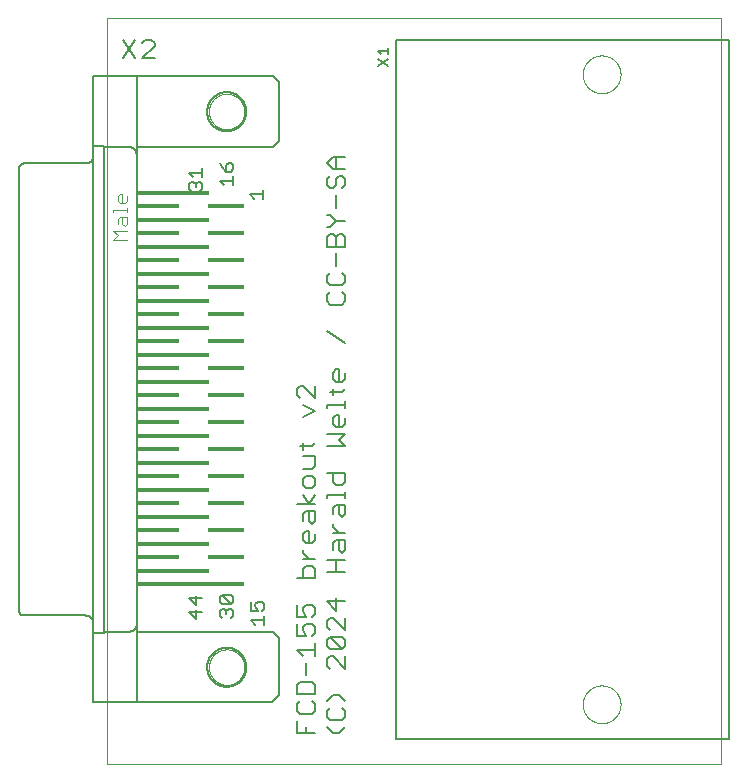
<source format=gto>
G75*
%MOIN*%
%OFA0B0*%
%FSLAX25Y25*%
%IPPOS*%
%LPD*%
%AMOC8*
5,1,8,0,0,1.08239X$1,22.5*
%
%ADD10C,0.00000*%
%ADD11C,0.00800*%
%ADD12C,0.00500*%
%ADD13C,0.00600*%
%ADD14C,0.00400*%
%ADD15R,0.24016X0.01575*%
%ADD16R,0.14173X0.01575*%
%ADD17R,0.12205X0.01575*%
D10*
X0030619Y0001000D02*
X0030619Y0249701D01*
X0235540Y0249701D01*
X0235540Y0001000D01*
X0030619Y0001000D01*
X0064713Y0033402D02*
X0064715Y0033555D01*
X0064721Y0033709D01*
X0064731Y0033862D01*
X0064745Y0034014D01*
X0064763Y0034167D01*
X0064785Y0034318D01*
X0064810Y0034469D01*
X0064840Y0034620D01*
X0064874Y0034770D01*
X0064911Y0034918D01*
X0064952Y0035066D01*
X0064997Y0035212D01*
X0065046Y0035358D01*
X0065099Y0035502D01*
X0065155Y0035644D01*
X0065215Y0035785D01*
X0065279Y0035925D01*
X0065346Y0036063D01*
X0065417Y0036199D01*
X0065492Y0036333D01*
X0065569Y0036465D01*
X0065651Y0036595D01*
X0065735Y0036723D01*
X0065823Y0036849D01*
X0065914Y0036972D01*
X0066008Y0037093D01*
X0066106Y0037211D01*
X0066206Y0037327D01*
X0066310Y0037440D01*
X0066416Y0037551D01*
X0066525Y0037659D01*
X0066637Y0037764D01*
X0066751Y0037865D01*
X0066869Y0037964D01*
X0066988Y0038060D01*
X0067110Y0038153D01*
X0067235Y0038242D01*
X0067362Y0038329D01*
X0067491Y0038411D01*
X0067622Y0038491D01*
X0067755Y0038567D01*
X0067890Y0038640D01*
X0068027Y0038709D01*
X0068166Y0038774D01*
X0068306Y0038836D01*
X0068448Y0038894D01*
X0068591Y0038949D01*
X0068736Y0039000D01*
X0068882Y0039047D01*
X0069029Y0039090D01*
X0069177Y0039129D01*
X0069326Y0039165D01*
X0069476Y0039196D01*
X0069627Y0039224D01*
X0069778Y0039248D01*
X0069931Y0039268D01*
X0070083Y0039284D01*
X0070236Y0039296D01*
X0070389Y0039304D01*
X0070542Y0039308D01*
X0070696Y0039308D01*
X0070849Y0039304D01*
X0071002Y0039296D01*
X0071155Y0039284D01*
X0071307Y0039268D01*
X0071460Y0039248D01*
X0071611Y0039224D01*
X0071762Y0039196D01*
X0071912Y0039165D01*
X0072061Y0039129D01*
X0072209Y0039090D01*
X0072356Y0039047D01*
X0072502Y0039000D01*
X0072647Y0038949D01*
X0072790Y0038894D01*
X0072932Y0038836D01*
X0073072Y0038774D01*
X0073211Y0038709D01*
X0073348Y0038640D01*
X0073483Y0038567D01*
X0073616Y0038491D01*
X0073747Y0038411D01*
X0073876Y0038329D01*
X0074003Y0038242D01*
X0074128Y0038153D01*
X0074250Y0038060D01*
X0074369Y0037964D01*
X0074487Y0037865D01*
X0074601Y0037764D01*
X0074713Y0037659D01*
X0074822Y0037551D01*
X0074928Y0037440D01*
X0075032Y0037327D01*
X0075132Y0037211D01*
X0075230Y0037093D01*
X0075324Y0036972D01*
X0075415Y0036849D01*
X0075503Y0036723D01*
X0075587Y0036595D01*
X0075669Y0036465D01*
X0075746Y0036333D01*
X0075821Y0036199D01*
X0075892Y0036063D01*
X0075959Y0035925D01*
X0076023Y0035785D01*
X0076083Y0035644D01*
X0076139Y0035502D01*
X0076192Y0035358D01*
X0076241Y0035212D01*
X0076286Y0035066D01*
X0076327Y0034918D01*
X0076364Y0034770D01*
X0076398Y0034620D01*
X0076428Y0034469D01*
X0076453Y0034318D01*
X0076475Y0034167D01*
X0076493Y0034014D01*
X0076507Y0033862D01*
X0076517Y0033709D01*
X0076523Y0033555D01*
X0076525Y0033402D01*
X0076523Y0033249D01*
X0076517Y0033095D01*
X0076507Y0032942D01*
X0076493Y0032790D01*
X0076475Y0032637D01*
X0076453Y0032486D01*
X0076428Y0032335D01*
X0076398Y0032184D01*
X0076364Y0032034D01*
X0076327Y0031886D01*
X0076286Y0031738D01*
X0076241Y0031592D01*
X0076192Y0031446D01*
X0076139Y0031302D01*
X0076083Y0031160D01*
X0076023Y0031019D01*
X0075959Y0030879D01*
X0075892Y0030741D01*
X0075821Y0030605D01*
X0075746Y0030471D01*
X0075669Y0030339D01*
X0075587Y0030209D01*
X0075503Y0030081D01*
X0075415Y0029955D01*
X0075324Y0029832D01*
X0075230Y0029711D01*
X0075132Y0029593D01*
X0075032Y0029477D01*
X0074928Y0029364D01*
X0074822Y0029253D01*
X0074713Y0029145D01*
X0074601Y0029040D01*
X0074487Y0028939D01*
X0074369Y0028840D01*
X0074250Y0028744D01*
X0074128Y0028651D01*
X0074003Y0028562D01*
X0073876Y0028475D01*
X0073747Y0028393D01*
X0073616Y0028313D01*
X0073483Y0028237D01*
X0073348Y0028164D01*
X0073211Y0028095D01*
X0073072Y0028030D01*
X0072932Y0027968D01*
X0072790Y0027910D01*
X0072647Y0027855D01*
X0072502Y0027804D01*
X0072356Y0027757D01*
X0072209Y0027714D01*
X0072061Y0027675D01*
X0071912Y0027639D01*
X0071762Y0027608D01*
X0071611Y0027580D01*
X0071460Y0027556D01*
X0071307Y0027536D01*
X0071155Y0027520D01*
X0071002Y0027508D01*
X0070849Y0027500D01*
X0070696Y0027496D01*
X0070542Y0027496D01*
X0070389Y0027500D01*
X0070236Y0027508D01*
X0070083Y0027520D01*
X0069931Y0027536D01*
X0069778Y0027556D01*
X0069627Y0027580D01*
X0069476Y0027608D01*
X0069326Y0027639D01*
X0069177Y0027675D01*
X0069029Y0027714D01*
X0068882Y0027757D01*
X0068736Y0027804D01*
X0068591Y0027855D01*
X0068448Y0027910D01*
X0068306Y0027968D01*
X0068166Y0028030D01*
X0068027Y0028095D01*
X0067890Y0028164D01*
X0067755Y0028237D01*
X0067622Y0028313D01*
X0067491Y0028393D01*
X0067362Y0028475D01*
X0067235Y0028562D01*
X0067110Y0028651D01*
X0066988Y0028744D01*
X0066869Y0028840D01*
X0066751Y0028939D01*
X0066637Y0029040D01*
X0066525Y0029145D01*
X0066416Y0029253D01*
X0066310Y0029364D01*
X0066206Y0029477D01*
X0066106Y0029593D01*
X0066008Y0029711D01*
X0065914Y0029832D01*
X0065823Y0029955D01*
X0065735Y0030081D01*
X0065651Y0030209D01*
X0065569Y0030339D01*
X0065492Y0030471D01*
X0065417Y0030605D01*
X0065346Y0030741D01*
X0065279Y0030879D01*
X0065215Y0031019D01*
X0065155Y0031160D01*
X0065099Y0031302D01*
X0065046Y0031446D01*
X0064997Y0031592D01*
X0064952Y0031738D01*
X0064911Y0031886D01*
X0064874Y0032034D01*
X0064840Y0032184D01*
X0064810Y0032335D01*
X0064785Y0032486D01*
X0064763Y0032637D01*
X0064745Y0032790D01*
X0064731Y0032942D01*
X0064721Y0033095D01*
X0064715Y0033249D01*
X0064713Y0033402D01*
X0189320Y0021000D02*
X0189322Y0021158D01*
X0189328Y0021316D01*
X0189338Y0021474D01*
X0189352Y0021632D01*
X0189370Y0021789D01*
X0189391Y0021946D01*
X0189417Y0022102D01*
X0189447Y0022258D01*
X0189480Y0022413D01*
X0189518Y0022566D01*
X0189559Y0022719D01*
X0189604Y0022871D01*
X0189653Y0023022D01*
X0189706Y0023171D01*
X0189762Y0023319D01*
X0189822Y0023465D01*
X0189886Y0023610D01*
X0189954Y0023753D01*
X0190025Y0023895D01*
X0190099Y0024035D01*
X0190177Y0024172D01*
X0190259Y0024308D01*
X0190343Y0024442D01*
X0190432Y0024573D01*
X0190523Y0024702D01*
X0190618Y0024829D01*
X0190715Y0024954D01*
X0190816Y0025076D01*
X0190920Y0025195D01*
X0191027Y0025312D01*
X0191137Y0025426D01*
X0191250Y0025537D01*
X0191365Y0025646D01*
X0191483Y0025751D01*
X0191604Y0025853D01*
X0191727Y0025953D01*
X0191853Y0026049D01*
X0191981Y0026142D01*
X0192111Y0026232D01*
X0192244Y0026318D01*
X0192379Y0026402D01*
X0192515Y0026481D01*
X0192654Y0026558D01*
X0192795Y0026630D01*
X0192937Y0026700D01*
X0193081Y0026765D01*
X0193227Y0026827D01*
X0193374Y0026885D01*
X0193523Y0026940D01*
X0193673Y0026991D01*
X0193824Y0027038D01*
X0193976Y0027081D01*
X0194129Y0027120D01*
X0194284Y0027156D01*
X0194439Y0027187D01*
X0194595Y0027215D01*
X0194751Y0027239D01*
X0194908Y0027259D01*
X0195066Y0027275D01*
X0195223Y0027287D01*
X0195382Y0027295D01*
X0195540Y0027299D01*
X0195698Y0027299D01*
X0195856Y0027295D01*
X0196015Y0027287D01*
X0196172Y0027275D01*
X0196330Y0027259D01*
X0196487Y0027239D01*
X0196643Y0027215D01*
X0196799Y0027187D01*
X0196954Y0027156D01*
X0197109Y0027120D01*
X0197262Y0027081D01*
X0197414Y0027038D01*
X0197565Y0026991D01*
X0197715Y0026940D01*
X0197864Y0026885D01*
X0198011Y0026827D01*
X0198157Y0026765D01*
X0198301Y0026700D01*
X0198443Y0026630D01*
X0198584Y0026558D01*
X0198723Y0026481D01*
X0198859Y0026402D01*
X0198994Y0026318D01*
X0199127Y0026232D01*
X0199257Y0026142D01*
X0199385Y0026049D01*
X0199511Y0025953D01*
X0199634Y0025853D01*
X0199755Y0025751D01*
X0199873Y0025646D01*
X0199988Y0025537D01*
X0200101Y0025426D01*
X0200211Y0025312D01*
X0200318Y0025195D01*
X0200422Y0025076D01*
X0200523Y0024954D01*
X0200620Y0024829D01*
X0200715Y0024702D01*
X0200806Y0024573D01*
X0200895Y0024442D01*
X0200979Y0024308D01*
X0201061Y0024172D01*
X0201139Y0024035D01*
X0201213Y0023895D01*
X0201284Y0023753D01*
X0201352Y0023610D01*
X0201416Y0023465D01*
X0201476Y0023319D01*
X0201532Y0023171D01*
X0201585Y0023022D01*
X0201634Y0022871D01*
X0201679Y0022719D01*
X0201720Y0022566D01*
X0201758Y0022413D01*
X0201791Y0022258D01*
X0201821Y0022102D01*
X0201847Y0021946D01*
X0201868Y0021789D01*
X0201886Y0021632D01*
X0201900Y0021474D01*
X0201910Y0021316D01*
X0201916Y0021158D01*
X0201918Y0021000D01*
X0201916Y0020842D01*
X0201910Y0020684D01*
X0201900Y0020526D01*
X0201886Y0020368D01*
X0201868Y0020211D01*
X0201847Y0020054D01*
X0201821Y0019898D01*
X0201791Y0019742D01*
X0201758Y0019587D01*
X0201720Y0019434D01*
X0201679Y0019281D01*
X0201634Y0019129D01*
X0201585Y0018978D01*
X0201532Y0018829D01*
X0201476Y0018681D01*
X0201416Y0018535D01*
X0201352Y0018390D01*
X0201284Y0018247D01*
X0201213Y0018105D01*
X0201139Y0017965D01*
X0201061Y0017828D01*
X0200979Y0017692D01*
X0200895Y0017558D01*
X0200806Y0017427D01*
X0200715Y0017298D01*
X0200620Y0017171D01*
X0200523Y0017046D01*
X0200422Y0016924D01*
X0200318Y0016805D01*
X0200211Y0016688D01*
X0200101Y0016574D01*
X0199988Y0016463D01*
X0199873Y0016354D01*
X0199755Y0016249D01*
X0199634Y0016147D01*
X0199511Y0016047D01*
X0199385Y0015951D01*
X0199257Y0015858D01*
X0199127Y0015768D01*
X0198994Y0015682D01*
X0198859Y0015598D01*
X0198723Y0015519D01*
X0198584Y0015442D01*
X0198443Y0015370D01*
X0198301Y0015300D01*
X0198157Y0015235D01*
X0198011Y0015173D01*
X0197864Y0015115D01*
X0197715Y0015060D01*
X0197565Y0015009D01*
X0197414Y0014962D01*
X0197262Y0014919D01*
X0197109Y0014880D01*
X0196954Y0014844D01*
X0196799Y0014813D01*
X0196643Y0014785D01*
X0196487Y0014761D01*
X0196330Y0014741D01*
X0196172Y0014725D01*
X0196015Y0014713D01*
X0195856Y0014705D01*
X0195698Y0014701D01*
X0195540Y0014701D01*
X0195382Y0014705D01*
X0195223Y0014713D01*
X0195066Y0014725D01*
X0194908Y0014741D01*
X0194751Y0014761D01*
X0194595Y0014785D01*
X0194439Y0014813D01*
X0194284Y0014844D01*
X0194129Y0014880D01*
X0193976Y0014919D01*
X0193824Y0014962D01*
X0193673Y0015009D01*
X0193523Y0015060D01*
X0193374Y0015115D01*
X0193227Y0015173D01*
X0193081Y0015235D01*
X0192937Y0015300D01*
X0192795Y0015370D01*
X0192654Y0015442D01*
X0192515Y0015519D01*
X0192379Y0015598D01*
X0192244Y0015682D01*
X0192111Y0015768D01*
X0191981Y0015858D01*
X0191853Y0015951D01*
X0191727Y0016047D01*
X0191604Y0016147D01*
X0191483Y0016249D01*
X0191365Y0016354D01*
X0191250Y0016463D01*
X0191137Y0016574D01*
X0191027Y0016688D01*
X0190920Y0016805D01*
X0190816Y0016924D01*
X0190715Y0017046D01*
X0190618Y0017171D01*
X0190523Y0017298D01*
X0190432Y0017427D01*
X0190343Y0017558D01*
X0190259Y0017692D01*
X0190177Y0017828D01*
X0190099Y0017965D01*
X0190025Y0018105D01*
X0189954Y0018247D01*
X0189886Y0018390D01*
X0189822Y0018535D01*
X0189762Y0018681D01*
X0189706Y0018829D01*
X0189653Y0018978D01*
X0189604Y0019129D01*
X0189559Y0019281D01*
X0189518Y0019434D01*
X0189480Y0019587D01*
X0189447Y0019742D01*
X0189417Y0019898D01*
X0189391Y0020054D01*
X0189370Y0020211D01*
X0189352Y0020368D01*
X0189338Y0020526D01*
X0189328Y0020684D01*
X0189322Y0020842D01*
X0189320Y0021000D01*
X0064713Y0218598D02*
X0064715Y0218751D01*
X0064721Y0218905D01*
X0064731Y0219058D01*
X0064745Y0219210D01*
X0064763Y0219363D01*
X0064785Y0219514D01*
X0064810Y0219665D01*
X0064840Y0219816D01*
X0064874Y0219966D01*
X0064911Y0220114D01*
X0064952Y0220262D01*
X0064997Y0220408D01*
X0065046Y0220554D01*
X0065099Y0220698D01*
X0065155Y0220840D01*
X0065215Y0220981D01*
X0065279Y0221121D01*
X0065346Y0221259D01*
X0065417Y0221395D01*
X0065492Y0221529D01*
X0065569Y0221661D01*
X0065651Y0221791D01*
X0065735Y0221919D01*
X0065823Y0222045D01*
X0065914Y0222168D01*
X0066008Y0222289D01*
X0066106Y0222407D01*
X0066206Y0222523D01*
X0066310Y0222636D01*
X0066416Y0222747D01*
X0066525Y0222855D01*
X0066637Y0222960D01*
X0066751Y0223061D01*
X0066869Y0223160D01*
X0066988Y0223256D01*
X0067110Y0223349D01*
X0067235Y0223438D01*
X0067362Y0223525D01*
X0067491Y0223607D01*
X0067622Y0223687D01*
X0067755Y0223763D01*
X0067890Y0223836D01*
X0068027Y0223905D01*
X0068166Y0223970D01*
X0068306Y0224032D01*
X0068448Y0224090D01*
X0068591Y0224145D01*
X0068736Y0224196D01*
X0068882Y0224243D01*
X0069029Y0224286D01*
X0069177Y0224325D01*
X0069326Y0224361D01*
X0069476Y0224392D01*
X0069627Y0224420D01*
X0069778Y0224444D01*
X0069931Y0224464D01*
X0070083Y0224480D01*
X0070236Y0224492D01*
X0070389Y0224500D01*
X0070542Y0224504D01*
X0070696Y0224504D01*
X0070849Y0224500D01*
X0071002Y0224492D01*
X0071155Y0224480D01*
X0071307Y0224464D01*
X0071460Y0224444D01*
X0071611Y0224420D01*
X0071762Y0224392D01*
X0071912Y0224361D01*
X0072061Y0224325D01*
X0072209Y0224286D01*
X0072356Y0224243D01*
X0072502Y0224196D01*
X0072647Y0224145D01*
X0072790Y0224090D01*
X0072932Y0224032D01*
X0073072Y0223970D01*
X0073211Y0223905D01*
X0073348Y0223836D01*
X0073483Y0223763D01*
X0073616Y0223687D01*
X0073747Y0223607D01*
X0073876Y0223525D01*
X0074003Y0223438D01*
X0074128Y0223349D01*
X0074250Y0223256D01*
X0074369Y0223160D01*
X0074487Y0223061D01*
X0074601Y0222960D01*
X0074713Y0222855D01*
X0074822Y0222747D01*
X0074928Y0222636D01*
X0075032Y0222523D01*
X0075132Y0222407D01*
X0075230Y0222289D01*
X0075324Y0222168D01*
X0075415Y0222045D01*
X0075503Y0221919D01*
X0075587Y0221791D01*
X0075669Y0221661D01*
X0075746Y0221529D01*
X0075821Y0221395D01*
X0075892Y0221259D01*
X0075959Y0221121D01*
X0076023Y0220981D01*
X0076083Y0220840D01*
X0076139Y0220698D01*
X0076192Y0220554D01*
X0076241Y0220408D01*
X0076286Y0220262D01*
X0076327Y0220114D01*
X0076364Y0219966D01*
X0076398Y0219816D01*
X0076428Y0219665D01*
X0076453Y0219514D01*
X0076475Y0219363D01*
X0076493Y0219210D01*
X0076507Y0219058D01*
X0076517Y0218905D01*
X0076523Y0218751D01*
X0076525Y0218598D01*
X0076523Y0218445D01*
X0076517Y0218291D01*
X0076507Y0218138D01*
X0076493Y0217986D01*
X0076475Y0217833D01*
X0076453Y0217682D01*
X0076428Y0217531D01*
X0076398Y0217380D01*
X0076364Y0217230D01*
X0076327Y0217082D01*
X0076286Y0216934D01*
X0076241Y0216788D01*
X0076192Y0216642D01*
X0076139Y0216498D01*
X0076083Y0216356D01*
X0076023Y0216215D01*
X0075959Y0216075D01*
X0075892Y0215937D01*
X0075821Y0215801D01*
X0075746Y0215667D01*
X0075669Y0215535D01*
X0075587Y0215405D01*
X0075503Y0215277D01*
X0075415Y0215151D01*
X0075324Y0215028D01*
X0075230Y0214907D01*
X0075132Y0214789D01*
X0075032Y0214673D01*
X0074928Y0214560D01*
X0074822Y0214449D01*
X0074713Y0214341D01*
X0074601Y0214236D01*
X0074487Y0214135D01*
X0074369Y0214036D01*
X0074250Y0213940D01*
X0074128Y0213847D01*
X0074003Y0213758D01*
X0073876Y0213671D01*
X0073747Y0213589D01*
X0073616Y0213509D01*
X0073483Y0213433D01*
X0073348Y0213360D01*
X0073211Y0213291D01*
X0073072Y0213226D01*
X0072932Y0213164D01*
X0072790Y0213106D01*
X0072647Y0213051D01*
X0072502Y0213000D01*
X0072356Y0212953D01*
X0072209Y0212910D01*
X0072061Y0212871D01*
X0071912Y0212835D01*
X0071762Y0212804D01*
X0071611Y0212776D01*
X0071460Y0212752D01*
X0071307Y0212732D01*
X0071155Y0212716D01*
X0071002Y0212704D01*
X0070849Y0212696D01*
X0070696Y0212692D01*
X0070542Y0212692D01*
X0070389Y0212696D01*
X0070236Y0212704D01*
X0070083Y0212716D01*
X0069931Y0212732D01*
X0069778Y0212752D01*
X0069627Y0212776D01*
X0069476Y0212804D01*
X0069326Y0212835D01*
X0069177Y0212871D01*
X0069029Y0212910D01*
X0068882Y0212953D01*
X0068736Y0213000D01*
X0068591Y0213051D01*
X0068448Y0213106D01*
X0068306Y0213164D01*
X0068166Y0213226D01*
X0068027Y0213291D01*
X0067890Y0213360D01*
X0067755Y0213433D01*
X0067622Y0213509D01*
X0067491Y0213589D01*
X0067362Y0213671D01*
X0067235Y0213758D01*
X0067110Y0213847D01*
X0066988Y0213940D01*
X0066869Y0214036D01*
X0066751Y0214135D01*
X0066637Y0214236D01*
X0066525Y0214341D01*
X0066416Y0214449D01*
X0066310Y0214560D01*
X0066206Y0214673D01*
X0066106Y0214789D01*
X0066008Y0214907D01*
X0065914Y0215028D01*
X0065823Y0215151D01*
X0065735Y0215277D01*
X0065651Y0215405D01*
X0065569Y0215535D01*
X0065492Y0215667D01*
X0065417Y0215801D01*
X0065346Y0215937D01*
X0065279Y0216075D01*
X0065215Y0216215D01*
X0065155Y0216356D01*
X0065099Y0216498D01*
X0065046Y0216642D01*
X0064997Y0216788D01*
X0064952Y0216934D01*
X0064911Y0217082D01*
X0064874Y0217230D01*
X0064840Y0217380D01*
X0064810Y0217531D01*
X0064785Y0217682D01*
X0064763Y0217833D01*
X0064745Y0217986D01*
X0064731Y0218138D01*
X0064721Y0218291D01*
X0064715Y0218445D01*
X0064713Y0218598D01*
X0189320Y0231000D02*
X0189322Y0231158D01*
X0189328Y0231316D01*
X0189338Y0231474D01*
X0189352Y0231632D01*
X0189370Y0231789D01*
X0189391Y0231946D01*
X0189417Y0232102D01*
X0189447Y0232258D01*
X0189480Y0232413D01*
X0189518Y0232566D01*
X0189559Y0232719D01*
X0189604Y0232871D01*
X0189653Y0233022D01*
X0189706Y0233171D01*
X0189762Y0233319D01*
X0189822Y0233465D01*
X0189886Y0233610D01*
X0189954Y0233753D01*
X0190025Y0233895D01*
X0190099Y0234035D01*
X0190177Y0234172D01*
X0190259Y0234308D01*
X0190343Y0234442D01*
X0190432Y0234573D01*
X0190523Y0234702D01*
X0190618Y0234829D01*
X0190715Y0234954D01*
X0190816Y0235076D01*
X0190920Y0235195D01*
X0191027Y0235312D01*
X0191137Y0235426D01*
X0191250Y0235537D01*
X0191365Y0235646D01*
X0191483Y0235751D01*
X0191604Y0235853D01*
X0191727Y0235953D01*
X0191853Y0236049D01*
X0191981Y0236142D01*
X0192111Y0236232D01*
X0192244Y0236318D01*
X0192379Y0236402D01*
X0192515Y0236481D01*
X0192654Y0236558D01*
X0192795Y0236630D01*
X0192937Y0236700D01*
X0193081Y0236765D01*
X0193227Y0236827D01*
X0193374Y0236885D01*
X0193523Y0236940D01*
X0193673Y0236991D01*
X0193824Y0237038D01*
X0193976Y0237081D01*
X0194129Y0237120D01*
X0194284Y0237156D01*
X0194439Y0237187D01*
X0194595Y0237215D01*
X0194751Y0237239D01*
X0194908Y0237259D01*
X0195066Y0237275D01*
X0195223Y0237287D01*
X0195382Y0237295D01*
X0195540Y0237299D01*
X0195698Y0237299D01*
X0195856Y0237295D01*
X0196015Y0237287D01*
X0196172Y0237275D01*
X0196330Y0237259D01*
X0196487Y0237239D01*
X0196643Y0237215D01*
X0196799Y0237187D01*
X0196954Y0237156D01*
X0197109Y0237120D01*
X0197262Y0237081D01*
X0197414Y0237038D01*
X0197565Y0236991D01*
X0197715Y0236940D01*
X0197864Y0236885D01*
X0198011Y0236827D01*
X0198157Y0236765D01*
X0198301Y0236700D01*
X0198443Y0236630D01*
X0198584Y0236558D01*
X0198723Y0236481D01*
X0198859Y0236402D01*
X0198994Y0236318D01*
X0199127Y0236232D01*
X0199257Y0236142D01*
X0199385Y0236049D01*
X0199511Y0235953D01*
X0199634Y0235853D01*
X0199755Y0235751D01*
X0199873Y0235646D01*
X0199988Y0235537D01*
X0200101Y0235426D01*
X0200211Y0235312D01*
X0200318Y0235195D01*
X0200422Y0235076D01*
X0200523Y0234954D01*
X0200620Y0234829D01*
X0200715Y0234702D01*
X0200806Y0234573D01*
X0200895Y0234442D01*
X0200979Y0234308D01*
X0201061Y0234172D01*
X0201139Y0234035D01*
X0201213Y0233895D01*
X0201284Y0233753D01*
X0201352Y0233610D01*
X0201416Y0233465D01*
X0201476Y0233319D01*
X0201532Y0233171D01*
X0201585Y0233022D01*
X0201634Y0232871D01*
X0201679Y0232719D01*
X0201720Y0232566D01*
X0201758Y0232413D01*
X0201791Y0232258D01*
X0201821Y0232102D01*
X0201847Y0231946D01*
X0201868Y0231789D01*
X0201886Y0231632D01*
X0201900Y0231474D01*
X0201910Y0231316D01*
X0201916Y0231158D01*
X0201918Y0231000D01*
X0201916Y0230842D01*
X0201910Y0230684D01*
X0201900Y0230526D01*
X0201886Y0230368D01*
X0201868Y0230211D01*
X0201847Y0230054D01*
X0201821Y0229898D01*
X0201791Y0229742D01*
X0201758Y0229587D01*
X0201720Y0229434D01*
X0201679Y0229281D01*
X0201634Y0229129D01*
X0201585Y0228978D01*
X0201532Y0228829D01*
X0201476Y0228681D01*
X0201416Y0228535D01*
X0201352Y0228390D01*
X0201284Y0228247D01*
X0201213Y0228105D01*
X0201139Y0227965D01*
X0201061Y0227828D01*
X0200979Y0227692D01*
X0200895Y0227558D01*
X0200806Y0227427D01*
X0200715Y0227298D01*
X0200620Y0227171D01*
X0200523Y0227046D01*
X0200422Y0226924D01*
X0200318Y0226805D01*
X0200211Y0226688D01*
X0200101Y0226574D01*
X0199988Y0226463D01*
X0199873Y0226354D01*
X0199755Y0226249D01*
X0199634Y0226147D01*
X0199511Y0226047D01*
X0199385Y0225951D01*
X0199257Y0225858D01*
X0199127Y0225768D01*
X0198994Y0225682D01*
X0198859Y0225598D01*
X0198723Y0225519D01*
X0198584Y0225442D01*
X0198443Y0225370D01*
X0198301Y0225300D01*
X0198157Y0225235D01*
X0198011Y0225173D01*
X0197864Y0225115D01*
X0197715Y0225060D01*
X0197565Y0225009D01*
X0197414Y0224962D01*
X0197262Y0224919D01*
X0197109Y0224880D01*
X0196954Y0224844D01*
X0196799Y0224813D01*
X0196643Y0224785D01*
X0196487Y0224761D01*
X0196330Y0224741D01*
X0196172Y0224725D01*
X0196015Y0224713D01*
X0195856Y0224705D01*
X0195698Y0224701D01*
X0195540Y0224701D01*
X0195382Y0224705D01*
X0195223Y0224713D01*
X0195066Y0224725D01*
X0194908Y0224741D01*
X0194751Y0224761D01*
X0194595Y0224785D01*
X0194439Y0224813D01*
X0194284Y0224844D01*
X0194129Y0224880D01*
X0193976Y0224919D01*
X0193824Y0224962D01*
X0193673Y0225009D01*
X0193523Y0225060D01*
X0193374Y0225115D01*
X0193227Y0225173D01*
X0193081Y0225235D01*
X0192937Y0225300D01*
X0192795Y0225370D01*
X0192654Y0225442D01*
X0192515Y0225519D01*
X0192379Y0225598D01*
X0192244Y0225682D01*
X0192111Y0225768D01*
X0191981Y0225858D01*
X0191853Y0225951D01*
X0191727Y0226047D01*
X0191604Y0226147D01*
X0191483Y0226249D01*
X0191365Y0226354D01*
X0191250Y0226463D01*
X0191137Y0226574D01*
X0191027Y0226688D01*
X0190920Y0226805D01*
X0190816Y0226924D01*
X0190715Y0227046D01*
X0190618Y0227171D01*
X0190523Y0227298D01*
X0190432Y0227427D01*
X0190343Y0227558D01*
X0190259Y0227692D01*
X0190177Y0227828D01*
X0190099Y0227965D01*
X0190025Y0228105D01*
X0189954Y0228247D01*
X0189886Y0228390D01*
X0189822Y0228535D01*
X0189762Y0228681D01*
X0189706Y0228829D01*
X0189653Y0228978D01*
X0189604Y0229129D01*
X0189559Y0229281D01*
X0189518Y0229434D01*
X0189480Y0229587D01*
X0189447Y0229742D01*
X0189417Y0229898D01*
X0189391Y0230054D01*
X0189370Y0230211D01*
X0189352Y0230368D01*
X0189338Y0230526D01*
X0189328Y0230684D01*
X0189322Y0230842D01*
X0189320Y0231000D01*
D11*
X0110219Y0203531D02*
X0106082Y0203531D01*
X0104014Y0201462D01*
X0106082Y0199394D01*
X0110219Y0199394D01*
X0109185Y0197085D02*
X0110219Y0196051D01*
X0110219Y0193982D01*
X0109185Y0192948D01*
X0107116Y0193982D02*
X0107116Y0196051D01*
X0108150Y0197085D01*
X0109185Y0197085D01*
X0107116Y0199394D02*
X0107116Y0203531D01*
X0105048Y0197085D02*
X0104014Y0196051D01*
X0104014Y0193982D01*
X0105048Y0192948D01*
X0106082Y0192948D01*
X0107116Y0193982D01*
X0107116Y0190640D02*
X0107116Y0186503D01*
X0105048Y0184194D02*
X0104014Y0184194D01*
X0105048Y0184194D02*
X0107116Y0182126D01*
X0110219Y0182126D01*
X0107116Y0182126D02*
X0105048Y0180057D01*
X0104014Y0180057D01*
X0105048Y0177749D02*
X0106082Y0177749D01*
X0107116Y0176714D01*
X0107116Y0173612D01*
X0107116Y0171303D02*
X0107116Y0167166D01*
X0105048Y0164858D02*
X0104014Y0163823D01*
X0104014Y0161755D01*
X0105048Y0160721D01*
X0109185Y0160721D01*
X0110219Y0161755D01*
X0110219Y0163823D01*
X0109185Y0164858D01*
X0109185Y0158412D02*
X0110219Y0157378D01*
X0110219Y0155309D01*
X0109185Y0154275D01*
X0105048Y0154275D01*
X0104014Y0155309D01*
X0104014Y0157378D01*
X0105048Y0158412D01*
X0104014Y0145521D02*
X0110219Y0141384D01*
X0108150Y0132630D02*
X0107116Y0132630D01*
X0106082Y0131596D01*
X0106082Y0129527D01*
X0107116Y0128493D01*
X0109185Y0128493D01*
X0110219Y0129527D01*
X0110219Y0131596D01*
X0108150Y0132630D02*
X0108150Y0128493D01*
X0106082Y0126265D02*
X0106082Y0124196D01*
X0105048Y0125230D02*
X0109185Y0125230D01*
X0110219Y0126265D01*
X0110219Y0121968D02*
X0110219Y0119899D01*
X0110219Y0120933D02*
X0104014Y0120933D01*
X0104014Y0119899D01*
X0107116Y0117591D02*
X0108150Y0117591D01*
X0108150Y0113454D01*
X0107116Y0113454D02*
X0109185Y0113454D01*
X0110219Y0114488D01*
X0110219Y0116556D01*
X0107116Y0117591D02*
X0106082Y0116556D01*
X0106082Y0114488D01*
X0107116Y0113454D01*
X0110219Y0111145D02*
X0104014Y0111145D01*
X0104014Y0107008D02*
X0110219Y0107008D01*
X0108150Y0109077D01*
X0110219Y0111145D01*
X0100219Y0108002D02*
X0099185Y0106968D01*
X0095048Y0106968D01*
X0096082Y0105934D02*
X0096082Y0108002D01*
X0096082Y0103625D02*
X0100219Y0103625D01*
X0100219Y0100523D01*
X0099185Y0099488D01*
X0096082Y0099488D01*
X0097116Y0097180D02*
X0096082Y0096146D01*
X0096082Y0094077D01*
X0097116Y0093043D01*
X0099185Y0093043D01*
X0100219Y0094077D01*
X0100219Y0096146D01*
X0099185Y0097180D01*
X0097116Y0097180D01*
X0096082Y0090774D02*
X0098150Y0087672D01*
X0100219Y0090774D01*
X0100219Y0087672D02*
X0094014Y0087672D01*
X0097116Y0085363D02*
X0096082Y0084329D01*
X0096082Y0082260D01*
X0098150Y0082260D02*
X0098150Y0085363D01*
X0097116Y0085363D02*
X0100219Y0085363D01*
X0100219Y0082260D01*
X0099185Y0081226D01*
X0098150Y0082260D01*
X0098150Y0078918D02*
X0097116Y0078918D01*
X0096082Y0077883D01*
X0096082Y0075815D01*
X0097116Y0074781D01*
X0099185Y0074781D01*
X0100219Y0075815D01*
X0100219Y0077883D01*
X0098150Y0078918D02*
X0098150Y0074781D01*
X0096082Y0072512D02*
X0096082Y0071478D01*
X0098150Y0069409D01*
X0096082Y0069409D02*
X0100219Y0069409D01*
X0099185Y0067101D02*
X0097116Y0067101D01*
X0096082Y0066067D01*
X0096082Y0062964D01*
X0094014Y0062964D02*
X0100219Y0062964D01*
X0100219Y0066067D01*
X0099185Y0067101D01*
X0104014Y0065112D02*
X0110219Y0065112D01*
X0107116Y0065112D02*
X0107116Y0069249D01*
X0109185Y0071558D02*
X0108150Y0072592D01*
X0108150Y0075695D01*
X0107116Y0075695D02*
X0106082Y0074661D01*
X0106082Y0072592D01*
X0109185Y0071558D02*
X0110219Y0072592D01*
X0110219Y0075695D01*
X0107116Y0075695D01*
X0106082Y0078003D02*
X0110219Y0078003D01*
X0108150Y0078003D02*
X0106082Y0080072D01*
X0106082Y0081106D01*
X0106082Y0084409D02*
X0106082Y0086477D01*
X0107116Y0087512D01*
X0110219Y0087512D01*
X0110219Y0084409D01*
X0109185Y0083375D01*
X0108150Y0084409D01*
X0108150Y0087512D01*
X0110219Y0089820D02*
X0110219Y0091889D01*
X0110219Y0090854D02*
X0104014Y0090854D01*
X0104014Y0089820D01*
X0107116Y0094117D02*
X0106082Y0095151D01*
X0106082Y0098254D01*
X0104014Y0098254D02*
X0110219Y0098254D01*
X0110219Y0095151D01*
X0109185Y0094117D01*
X0107116Y0094117D01*
X0096082Y0116676D02*
X0100219Y0118745D01*
X0096082Y0120813D01*
X0095048Y0123122D02*
X0094014Y0124156D01*
X0094014Y0126225D01*
X0095048Y0127259D01*
X0096082Y0127259D01*
X0100219Y0123122D01*
X0100219Y0127259D01*
X0104014Y0173612D02*
X0104014Y0176714D01*
X0105048Y0177749D01*
X0107116Y0176714D02*
X0108150Y0177749D01*
X0109185Y0177749D01*
X0110219Y0176714D01*
X0110219Y0173612D01*
X0104014Y0173612D01*
X0046601Y0236400D02*
X0042464Y0236400D01*
X0046601Y0240537D01*
X0046601Y0241571D01*
X0045567Y0242605D01*
X0043499Y0242605D01*
X0042464Y0241571D01*
X0040156Y0242605D02*
X0036019Y0236400D01*
X0040156Y0236400D02*
X0036019Y0242605D01*
X0104014Y0069249D02*
X0110219Y0069249D01*
X0107116Y0056358D02*
X0107116Y0052221D01*
X0104014Y0055324D01*
X0110219Y0055324D01*
X0110219Y0049913D02*
X0110219Y0045776D01*
X0106082Y0049913D01*
X0105048Y0049913D01*
X0104014Y0048879D01*
X0104014Y0046810D01*
X0105048Y0045776D01*
X0105048Y0043467D02*
X0109185Y0039330D01*
X0110219Y0040365D01*
X0110219Y0042433D01*
X0109185Y0043467D01*
X0105048Y0043467D01*
X0104014Y0042433D01*
X0104014Y0040365D01*
X0105048Y0039330D01*
X0109185Y0039330D01*
X0110219Y0037022D02*
X0110219Y0032885D01*
X0106082Y0037022D01*
X0105048Y0037022D01*
X0104014Y0035988D01*
X0104014Y0033919D01*
X0105048Y0032885D01*
X0100219Y0037182D02*
X0100219Y0041319D01*
X0100219Y0039250D02*
X0094014Y0039250D01*
X0096082Y0037182D01*
X0097116Y0034873D02*
X0097116Y0030736D01*
X0095048Y0028428D02*
X0094014Y0027394D01*
X0094014Y0024291D01*
X0100219Y0024291D01*
X0100219Y0027394D01*
X0099185Y0028428D01*
X0095048Y0028428D01*
X0095048Y0021982D02*
X0094014Y0020948D01*
X0094014Y0018880D01*
X0095048Y0017845D01*
X0099185Y0017845D01*
X0100219Y0018880D01*
X0100219Y0020948D01*
X0099185Y0021982D01*
X0104014Y0022142D02*
X0106082Y0024211D01*
X0108150Y0024211D01*
X0110219Y0022142D01*
X0109185Y0019834D02*
X0110219Y0018800D01*
X0110219Y0016731D01*
X0109185Y0015697D01*
X0105048Y0015697D01*
X0104014Y0016731D01*
X0104014Y0018800D01*
X0105048Y0019834D01*
X0104014Y0013468D02*
X0106082Y0011400D01*
X0108150Y0011400D01*
X0110219Y0013468D01*
X0100219Y0011400D02*
X0094014Y0011400D01*
X0094014Y0015537D01*
X0097116Y0013468D02*
X0097116Y0011400D01*
X0097116Y0043627D02*
X0094014Y0043627D01*
X0094014Y0047764D01*
X0094014Y0050073D02*
X0097116Y0050073D01*
X0096082Y0052141D01*
X0096082Y0053176D01*
X0097116Y0054210D01*
X0099185Y0054210D01*
X0100219Y0053176D01*
X0100219Y0051107D01*
X0099185Y0050073D01*
X0099185Y0047764D02*
X0100219Y0046730D01*
X0100219Y0044662D01*
X0099185Y0043627D01*
X0097116Y0043627D02*
X0096082Y0045696D01*
X0096082Y0046730D01*
X0097116Y0047764D01*
X0099185Y0047764D01*
X0094014Y0050073D02*
X0094014Y0054210D01*
D12*
X0083223Y0054433D02*
X0083223Y0052932D01*
X0082473Y0052181D01*
X0080971Y0052181D02*
X0080221Y0053683D01*
X0080221Y0054433D01*
X0080971Y0055184D01*
X0082473Y0055184D01*
X0083223Y0054433D01*
X0080971Y0052181D02*
X0078719Y0052181D01*
X0078719Y0055184D01*
X0072751Y0055121D02*
X0072000Y0054370D01*
X0068998Y0057373D01*
X0072000Y0057373D01*
X0072751Y0056622D01*
X0072751Y0055121D01*
X0072000Y0054370D02*
X0068998Y0054370D01*
X0068247Y0055121D01*
X0068247Y0056622D01*
X0068998Y0057373D01*
X0068998Y0052769D02*
X0069748Y0052769D01*
X0070499Y0052018D01*
X0071250Y0052769D01*
X0072000Y0052769D01*
X0072751Y0052018D01*
X0072751Y0050517D01*
X0072000Y0049767D01*
X0070499Y0051268D02*
X0070499Y0052018D01*
X0068998Y0052769D02*
X0068247Y0052018D01*
X0068247Y0050517D01*
X0068998Y0049767D01*
X0062515Y0051818D02*
X0058011Y0051818D01*
X0060263Y0049566D01*
X0060263Y0052568D01*
X0060263Y0054170D02*
X0060263Y0057172D01*
X0062515Y0056422D02*
X0058011Y0056422D01*
X0060263Y0054170D01*
X0078719Y0049079D02*
X0083223Y0049079D01*
X0083223Y0047578D02*
X0083223Y0050580D01*
X0080221Y0047578D02*
X0078719Y0049079D01*
X0126918Y0009465D02*
X0237942Y0009465D01*
X0237942Y0242535D01*
X0126918Y0242535D01*
X0126918Y0009465D01*
X0082830Y0189496D02*
X0082830Y0192499D01*
X0082830Y0190998D02*
X0078326Y0190998D01*
X0079827Y0189496D01*
X0072751Y0193999D02*
X0072751Y0197001D01*
X0072751Y0195500D02*
X0068247Y0195500D01*
X0069748Y0193999D01*
X0070499Y0198603D02*
X0068998Y0200104D01*
X0068247Y0201605D01*
X0070499Y0200855D02*
X0070499Y0198603D01*
X0072000Y0198603D01*
X0072751Y0199353D01*
X0072751Y0200855D01*
X0072000Y0201605D01*
X0071250Y0201605D01*
X0070499Y0200855D01*
X0062515Y0199637D02*
X0062515Y0196634D01*
X0062515Y0198136D02*
X0058011Y0198136D01*
X0059512Y0196634D01*
X0059512Y0195033D02*
X0060263Y0194282D01*
X0061013Y0195033D01*
X0061764Y0195033D01*
X0062515Y0194282D01*
X0062515Y0192781D01*
X0061764Y0192030D01*
X0060263Y0193532D02*
X0060263Y0194282D01*
X0059512Y0195033D02*
X0058761Y0195033D01*
X0058011Y0194282D01*
X0058011Y0192781D01*
X0058761Y0192030D01*
D13*
X0085619Y0021614D02*
X0026225Y0021614D01*
X0026131Y0021787D02*
X0026131Y0230213D01*
X0026225Y0230386D02*
X0040619Y0230386D01*
X0040619Y0021961D01*
X0040619Y0045114D02*
X0086119Y0045114D01*
X0088119Y0043114D01*
X0088119Y0024114D01*
X0085619Y0021614D01*
X0064119Y0033402D02*
X0064121Y0033563D01*
X0064127Y0033723D01*
X0064137Y0033884D01*
X0064151Y0034044D01*
X0064169Y0034204D01*
X0064190Y0034363D01*
X0064216Y0034522D01*
X0064246Y0034680D01*
X0064279Y0034837D01*
X0064317Y0034994D01*
X0064358Y0035149D01*
X0064403Y0035303D01*
X0064452Y0035456D01*
X0064505Y0035608D01*
X0064561Y0035759D01*
X0064622Y0035908D01*
X0064685Y0036056D01*
X0064753Y0036202D01*
X0064824Y0036346D01*
X0064898Y0036488D01*
X0064976Y0036629D01*
X0065058Y0036767D01*
X0065143Y0036904D01*
X0065231Y0037038D01*
X0065323Y0037170D01*
X0065418Y0037300D01*
X0065516Y0037428D01*
X0065617Y0037553D01*
X0065721Y0037675D01*
X0065828Y0037795D01*
X0065938Y0037912D01*
X0066051Y0038027D01*
X0066167Y0038138D01*
X0066286Y0038247D01*
X0066407Y0038352D01*
X0066531Y0038455D01*
X0066657Y0038555D01*
X0066785Y0038651D01*
X0066916Y0038744D01*
X0067050Y0038834D01*
X0067185Y0038921D01*
X0067323Y0039004D01*
X0067462Y0039084D01*
X0067604Y0039160D01*
X0067747Y0039233D01*
X0067892Y0039302D01*
X0068039Y0039368D01*
X0068187Y0039430D01*
X0068337Y0039488D01*
X0068488Y0039543D01*
X0068641Y0039594D01*
X0068795Y0039641D01*
X0068950Y0039684D01*
X0069106Y0039723D01*
X0069262Y0039759D01*
X0069420Y0039790D01*
X0069578Y0039818D01*
X0069737Y0039842D01*
X0069897Y0039862D01*
X0070057Y0039878D01*
X0070217Y0039890D01*
X0070378Y0039898D01*
X0070539Y0039902D01*
X0070699Y0039902D01*
X0070860Y0039898D01*
X0071021Y0039890D01*
X0071181Y0039878D01*
X0071341Y0039862D01*
X0071501Y0039842D01*
X0071660Y0039818D01*
X0071818Y0039790D01*
X0071976Y0039759D01*
X0072132Y0039723D01*
X0072288Y0039684D01*
X0072443Y0039641D01*
X0072597Y0039594D01*
X0072750Y0039543D01*
X0072901Y0039488D01*
X0073051Y0039430D01*
X0073199Y0039368D01*
X0073346Y0039302D01*
X0073491Y0039233D01*
X0073634Y0039160D01*
X0073776Y0039084D01*
X0073915Y0039004D01*
X0074053Y0038921D01*
X0074188Y0038834D01*
X0074322Y0038744D01*
X0074453Y0038651D01*
X0074581Y0038555D01*
X0074707Y0038455D01*
X0074831Y0038352D01*
X0074952Y0038247D01*
X0075071Y0038138D01*
X0075187Y0038027D01*
X0075300Y0037912D01*
X0075410Y0037795D01*
X0075517Y0037675D01*
X0075621Y0037553D01*
X0075722Y0037428D01*
X0075820Y0037300D01*
X0075915Y0037170D01*
X0076007Y0037038D01*
X0076095Y0036904D01*
X0076180Y0036767D01*
X0076262Y0036629D01*
X0076340Y0036488D01*
X0076414Y0036346D01*
X0076485Y0036202D01*
X0076553Y0036056D01*
X0076616Y0035908D01*
X0076677Y0035759D01*
X0076733Y0035608D01*
X0076786Y0035456D01*
X0076835Y0035303D01*
X0076880Y0035149D01*
X0076921Y0034994D01*
X0076959Y0034837D01*
X0076992Y0034680D01*
X0077022Y0034522D01*
X0077048Y0034363D01*
X0077069Y0034204D01*
X0077087Y0034044D01*
X0077101Y0033884D01*
X0077111Y0033723D01*
X0077117Y0033563D01*
X0077119Y0033402D01*
X0077117Y0033241D01*
X0077111Y0033081D01*
X0077101Y0032920D01*
X0077087Y0032760D01*
X0077069Y0032600D01*
X0077048Y0032441D01*
X0077022Y0032282D01*
X0076992Y0032124D01*
X0076959Y0031967D01*
X0076921Y0031810D01*
X0076880Y0031655D01*
X0076835Y0031501D01*
X0076786Y0031348D01*
X0076733Y0031196D01*
X0076677Y0031045D01*
X0076616Y0030896D01*
X0076553Y0030748D01*
X0076485Y0030602D01*
X0076414Y0030458D01*
X0076340Y0030316D01*
X0076262Y0030175D01*
X0076180Y0030037D01*
X0076095Y0029900D01*
X0076007Y0029766D01*
X0075915Y0029634D01*
X0075820Y0029504D01*
X0075722Y0029376D01*
X0075621Y0029251D01*
X0075517Y0029129D01*
X0075410Y0029009D01*
X0075300Y0028892D01*
X0075187Y0028777D01*
X0075071Y0028666D01*
X0074952Y0028557D01*
X0074831Y0028452D01*
X0074707Y0028349D01*
X0074581Y0028249D01*
X0074453Y0028153D01*
X0074322Y0028060D01*
X0074188Y0027970D01*
X0074053Y0027883D01*
X0073915Y0027800D01*
X0073776Y0027720D01*
X0073634Y0027644D01*
X0073491Y0027571D01*
X0073346Y0027502D01*
X0073199Y0027436D01*
X0073051Y0027374D01*
X0072901Y0027316D01*
X0072750Y0027261D01*
X0072597Y0027210D01*
X0072443Y0027163D01*
X0072288Y0027120D01*
X0072132Y0027081D01*
X0071976Y0027045D01*
X0071818Y0027014D01*
X0071660Y0026986D01*
X0071501Y0026962D01*
X0071341Y0026942D01*
X0071181Y0026926D01*
X0071021Y0026914D01*
X0070860Y0026906D01*
X0070699Y0026902D01*
X0070539Y0026902D01*
X0070378Y0026906D01*
X0070217Y0026914D01*
X0070057Y0026926D01*
X0069897Y0026942D01*
X0069737Y0026962D01*
X0069578Y0026986D01*
X0069420Y0027014D01*
X0069262Y0027045D01*
X0069106Y0027081D01*
X0068950Y0027120D01*
X0068795Y0027163D01*
X0068641Y0027210D01*
X0068488Y0027261D01*
X0068337Y0027316D01*
X0068187Y0027374D01*
X0068039Y0027436D01*
X0067892Y0027502D01*
X0067747Y0027571D01*
X0067604Y0027644D01*
X0067462Y0027720D01*
X0067323Y0027800D01*
X0067185Y0027883D01*
X0067050Y0027970D01*
X0066916Y0028060D01*
X0066785Y0028153D01*
X0066657Y0028249D01*
X0066531Y0028349D01*
X0066407Y0028452D01*
X0066286Y0028557D01*
X0066167Y0028666D01*
X0066051Y0028777D01*
X0065938Y0028892D01*
X0065828Y0029009D01*
X0065721Y0029129D01*
X0065617Y0029251D01*
X0065516Y0029376D01*
X0065418Y0029504D01*
X0065323Y0029634D01*
X0065231Y0029766D01*
X0065143Y0029900D01*
X0065058Y0030037D01*
X0064976Y0030175D01*
X0064898Y0030316D01*
X0064824Y0030458D01*
X0064753Y0030602D01*
X0064685Y0030748D01*
X0064622Y0030896D01*
X0064561Y0031045D01*
X0064505Y0031196D01*
X0064452Y0031348D01*
X0064403Y0031501D01*
X0064358Y0031655D01*
X0064317Y0031810D01*
X0064279Y0031967D01*
X0064246Y0032124D01*
X0064216Y0032282D01*
X0064190Y0032441D01*
X0064169Y0032600D01*
X0064151Y0032760D01*
X0064137Y0032920D01*
X0064127Y0033081D01*
X0064121Y0033241D01*
X0064119Y0033402D01*
X0038119Y0045264D02*
X0029800Y0045264D01*
X0029800Y0206736D01*
X0029800Y0207236D01*
X0026225Y0207236D01*
X0026194Y0203886D02*
X0026192Y0203788D01*
X0026186Y0203690D01*
X0026177Y0203592D01*
X0026163Y0203495D01*
X0026146Y0203398D01*
X0026125Y0203302D01*
X0026100Y0203207D01*
X0026072Y0203113D01*
X0026039Y0203021D01*
X0026004Y0202929D01*
X0025964Y0202839D01*
X0025922Y0202751D01*
X0025875Y0202664D01*
X0025826Y0202580D01*
X0025773Y0202497D01*
X0025717Y0202417D01*
X0025657Y0202338D01*
X0025595Y0202262D01*
X0025530Y0202189D01*
X0025462Y0202118D01*
X0025391Y0202050D01*
X0025318Y0201985D01*
X0025242Y0201923D01*
X0025163Y0201863D01*
X0025083Y0201807D01*
X0025000Y0201754D01*
X0024916Y0201705D01*
X0024829Y0201658D01*
X0024741Y0201616D01*
X0024651Y0201576D01*
X0024559Y0201541D01*
X0024467Y0201508D01*
X0024373Y0201480D01*
X0024278Y0201455D01*
X0024182Y0201434D01*
X0024085Y0201417D01*
X0023988Y0201403D01*
X0023890Y0201394D01*
X0023792Y0201388D01*
X0023694Y0201386D01*
X0003300Y0201386D01*
X0003213Y0201384D01*
X0003126Y0201378D01*
X0003039Y0201369D01*
X0002953Y0201356D01*
X0002867Y0201339D01*
X0002782Y0201318D01*
X0002699Y0201293D01*
X0002616Y0201265D01*
X0002535Y0201234D01*
X0002455Y0201199D01*
X0002377Y0201160D01*
X0002300Y0201118D01*
X0002225Y0201073D01*
X0002153Y0201024D01*
X0002082Y0200973D01*
X0002014Y0200918D01*
X0001949Y0200861D01*
X0001886Y0200800D01*
X0001825Y0200737D01*
X0001768Y0200672D01*
X0001713Y0200604D01*
X0001662Y0200533D01*
X0001613Y0200461D01*
X0001568Y0200386D01*
X0001526Y0200309D01*
X0001487Y0200231D01*
X0001452Y0200151D01*
X0001421Y0200070D01*
X0001393Y0199987D01*
X0001368Y0199904D01*
X0001347Y0199819D01*
X0001330Y0199733D01*
X0001317Y0199647D01*
X0001308Y0199560D01*
X0001302Y0199473D01*
X0001300Y0199386D01*
X0001300Y0052614D01*
X0001302Y0052527D01*
X0001308Y0052440D01*
X0001317Y0052353D01*
X0001330Y0052267D01*
X0001347Y0052181D01*
X0001368Y0052096D01*
X0001393Y0052013D01*
X0001421Y0051930D01*
X0001452Y0051849D01*
X0001487Y0051769D01*
X0001526Y0051691D01*
X0001568Y0051614D01*
X0001613Y0051539D01*
X0001662Y0051467D01*
X0001713Y0051396D01*
X0001768Y0051328D01*
X0001825Y0051263D01*
X0001886Y0051200D01*
X0001949Y0051139D01*
X0002014Y0051082D01*
X0002082Y0051027D01*
X0002153Y0050976D01*
X0002225Y0050927D01*
X0002300Y0050882D01*
X0002377Y0050840D01*
X0002455Y0050801D01*
X0002535Y0050766D01*
X0002616Y0050735D01*
X0002699Y0050707D01*
X0002782Y0050682D01*
X0002867Y0050661D01*
X0002953Y0050644D01*
X0003039Y0050631D01*
X0003126Y0050622D01*
X0003213Y0050616D01*
X0003300Y0050614D01*
X0023694Y0050614D01*
X0023792Y0050612D01*
X0023890Y0050606D01*
X0023988Y0050597D01*
X0024085Y0050583D01*
X0024182Y0050566D01*
X0024278Y0050545D01*
X0024373Y0050520D01*
X0024467Y0050492D01*
X0024559Y0050459D01*
X0024651Y0050424D01*
X0024741Y0050384D01*
X0024829Y0050342D01*
X0024916Y0050295D01*
X0025000Y0050246D01*
X0025083Y0050193D01*
X0025163Y0050137D01*
X0025242Y0050077D01*
X0025318Y0050015D01*
X0025391Y0049950D01*
X0025462Y0049882D01*
X0025530Y0049811D01*
X0025595Y0049738D01*
X0025657Y0049662D01*
X0025717Y0049583D01*
X0025773Y0049503D01*
X0025826Y0049420D01*
X0025875Y0049336D01*
X0025922Y0049249D01*
X0025964Y0049161D01*
X0026004Y0049071D01*
X0026039Y0048979D01*
X0026072Y0048887D01*
X0026100Y0048793D01*
X0026125Y0048698D01*
X0026146Y0048602D01*
X0026163Y0048505D01*
X0026177Y0048408D01*
X0026186Y0048310D01*
X0026192Y0048212D01*
X0026194Y0048114D01*
X0026225Y0044764D02*
X0029800Y0044764D01*
X0029800Y0045264D01*
X0038119Y0045264D02*
X0038217Y0045266D01*
X0038315Y0045272D01*
X0038413Y0045281D01*
X0038510Y0045295D01*
X0038607Y0045312D01*
X0038703Y0045333D01*
X0038798Y0045358D01*
X0038892Y0045386D01*
X0038984Y0045419D01*
X0039076Y0045454D01*
X0039166Y0045494D01*
X0039254Y0045536D01*
X0039341Y0045583D01*
X0039425Y0045632D01*
X0039508Y0045685D01*
X0039588Y0045741D01*
X0039667Y0045801D01*
X0039743Y0045863D01*
X0039816Y0045928D01*
X0039887Y0045996D01*
X0039955Y0046067D01*
X0040020Y0046140D01*
X0040082Y0046216D01*
X0040142Y0046295D01*
X0040198Y0046375D01*
X0040251Y0046458D01*
X0040300Y0046542D01*
X0040347Y0046629D01*
X0040389Y0046717D01*
X0040429Y0046807D01*
X0040464Y0046899D01*
X0040497Y0046991D01*
X0040525Y0047085D01*
X0040550Y0047180D01*
X0040571Y0047276D01*
X0040588Y0047373D01*
X0040602Y0047470D01*
X0040611Y0047568D01*
X0040617Y0047666D01*
X0040619Y0047764D01*
X0040619Y0204236D02*
X0040617Y0204334D01*
X0040611Y0204432D01*
X0040602Y0204530D01*
X0040588Y0204627D01*
X0040571Y0204724D01*
X0040550Y0204820D01*
X0040525Y0204915D01*
X0040497Y0205009D01*
X0040464Y0205101D01*
X0040429Y0205193D01*
X0040389Y0205283D01*
X0040347Y0205371D01*
X0040300Y0205458D01*
X0040251Y0205542D01*
X0040198Y0205625D01*
X0040142Y0205705D01*
X0040082Y0205784D01*
X0040020Y0205860D01*
X0039955Y0205933D01*
X0039887Y0206004D01*
X0039816Y0206072D01*
X0039743Y0206137D01*
X0039667Y0206199D01*
X0039588Y0206259D01*
X0039508Y0206315D01*
X0039425Y0206368D01*
X0039341Y0206417D01*
X0039254Y0206464D01*
X0039166Y0206506D01*
X0039076Y0206546D01*
X0038984Y0206581D01*
X0038892Y0206614D01*
X0038798Y0206642D01*
X0038703Y0206667D01*
X0038607Y0206688D01*
X0038510Y0206705D01*
X0038413Y0206719D01*
X0038315Y0206728D01*
X0038217Y0206734D01*
X0038119Y0206736D01*
X0029800Y0206736D01*
X0040619Y0206886D02*
X0086119Y0206886D01*
X0088119Y0208886D01*
X0088119Y0228386D01*
X0086119Y0230386D01*
X0040619Y0230386D01*
X0064119Y0218598D02*
X0064121Y0218759D01*
X0064127Y0218919D01*
X0064137Y0219080D01*
X0064151Y0219240D01*
X0064169Y0219400D01*
X0064190Y0219559D01*
X0064216Y0219718D01*
X0064246Y0219876D01*
X0064279Y0220033D01*
X0064317Y0220190D01*
X0064358Y0220345D01*
X0064403Y0220499D01*
X0064452Y0220652D01*
X0064505Y0220804D01*
X0064561Y0220955D01*
X0064622Y0221104D01*
X0064685Y0221252D01*
X0064753Y0221398D01*
X0064824Y0221542D01*
X0064898Y0221684D01*
X0064976Y0221825D01*
X0065058Y0221963D01*
X0065143Y0222100D01*
X0065231Y0222234D01*
X0065323Y0222366D01*
X0065418Y0222496D01*
X0065516Y0222624D01*
X0065617Y0222749D01*
X0065721Y0222871D01*
X0065828Y0222991D01*
X0065938Y0223108D01*
X0066051Y0223223D01*
X0066167Y0223334D01*
X0066286Y0223443D01*
X0066407Y0223548D01*
X0066531Y0223651D01*
X0066657Y0223751D01*
X0066785Y0223847D01*
X0066916Y0223940D01*
X0067050Y0224030D01*
X0067185Y0224117D01*
X0067323Y0224200D01*
X0067462Y0224280D01*
X0067604Y0224356D01*
X0067747Y0224429D01*
X0067892Y0224498D01*
X0068039Y0224564D01*
X0068187Y0224626D01*
X0068337Y0224684D01*
X0068488Y0224739D01*
X0068641Y0224790D01*
X0068795Y0224837D01*
X0068950Y0224880D01*
X0069106Y0224919D01*
X0069262Y0224955D01*
X0069420Y0224986D01*
X0069578Y0225014D01*
X0069737Y0225038D01*
X0069897Y0225058D01*
X0070057Y0225074D01*
X0070217Y0225086D01*
X0070378Y0225094D01*
X0070539Y0225098D01*
X0070699Y0225098D01*
X0070860Y0225094D01*
X0071021Y0225086D01*
X0071181Y0225074D01*
X0071341Y0225058D01*
X0071501Y0225038D01*
X0071660Y0225014D01*
X0071818Y0224986D01*
X0071976Y0224955D01*
X0072132Y0224919D01*
X0072288Y0224880D01*
X0072443Y0224837D01*
X0072597Y0224790D01*
X0072750Y0224739D01*
X0072901Y0224684D01*
X0073051Y0224626D01*
X0073199Y0224564D01*
X0073346Y0224498D01*
X0073491Y0224429D01*
X0073634Y0224356D01*
X0073776Y0224280D01*
X0073915Y0224200D01*
X0074053Y0224117D01*
X0074188Y0224030D01*
X0074322Y0223940D01*
X0074453Y0223847D01*
X0074581Y0223751D01*
X0074707Y0223651D01*
X0074831Y0223548D01*
X0074952Y0223443D01*
X0075071Y0223334D01*
X0075187Y0223223D01*
X0075300Y0223108D01*
X0075410Y0222991D01*
X0075517Y0222871D01*
X0075621Y0222749D01*
X0075722Y0222624D01*
X0075820Y0222496D01*
X0075915Y0222366D01*
X0076007Y0222234D01*
X0076095Y0222100D01*
X0076180Y0221963D01*
X0076262Y0221825D01*
X0076340Y0221684D01*
X0076414Y0221542D01*
X0076485Y0221398D01*
X0076553Y0221252D01*
X0076616Y0221104D01*
X0076677Y0220955D01*
X0076733Y0220804D01*
X0076786Y0220652D01*
X0076835Y0220499D01*
X0076880Y0220345D01*
X0076921Y0220190D01*
X0076959Y0220033D01*
X0076992Y0219876D01*
X0077022Y0219718D01*
X0077048Y0219559D01*
X0077069Y0219400D01*
X0077087Y0219240D01*
X0077101Y0219080D01*
X0077111Y0218919D01*
X0077117Y0218759D01*
X0077119Y0218598D01*
X0077117Y0218437D01*
X0077111Y0218277D01*
X0077101Y0218116D01*
X0077087Y0217956D01*
X0077069Y0217796D01*
X0077048Y0217637D01*
X0077022Y0217478D01*
X0076992Y0217320D01*
X0076959Y0217163D01*
X0076921Y0217006D01*
X0076880Y0216851D01*
X0076835Y0216697D01*
X0076786Y0216544D01*
X0076733Y0216392D01*
X0076677Y0216241D01*
X0076616Y0216092D01*
X0076553Y0215944D01*
X0076485Y0215798D01*
X0076414Y0215654D01*
X0076340Y0215512D01*
X0076262Y0215371D01*
X0076180Y0215233D01*
X0076095Y0215096D01*
X0076007Y0214962D01*
X0075915Y0214830D01*
X0075820Y0214700D01*
X0075722Y0214572D01*
X0075621Y0214447D01*
X0075517Y0214325D01*
X0075410Y0214205D01*
X0075300Y0214088D01*
X0075187Y0213973D01*
X0075071Y0213862D01*
X0074952Y0213753D01*
X0074831Y0213648D01*
X0074707Y0213545D01*
X0074581Y0213445D01*
X0074453Y0213349D01*
X0074322Y0213256D01*
X0074188Y0213166D01*
X0074053Y0213079D01*
X0073915Y0212996D01*
X0073776Y0212916D01*
X0073634Y0212840D01*
X0073491Y0212767D01*
X0073346Y0212698D01*
X0073199Y0212632D01*
X0073051Y0212570D01*
X0072901Y0212512D01*
X0072750Y0212457D01*
X0072597Y0212406D01*
X0072443Y0212359D01*
X0072288Y0212316D01*
X0072132Y0212277D01*
X0071976Y0212241D01*
X0071818Y0212210D01*
X0071660Y0212182D01*
X0071501Y0212158D01*
X0071341Y0212138D01*
X0071181Y0212122D01*
X0071021Y0212110D01*
X0070860Y0212102D01*
X0070699Y0212098D01*
X0070539Y0212098D01*
X0070378Y0212102D01*
X0070217Y0212110D01*
X0070057Y0212122D01*
X0069897Y0212138D01*
X0069737Y0212158D01*
X0069578Y0212182D01*
X0069420Y0212210D01*
X0069262Y0212241D01*
X0069106Y0212277D01*
X0068950Y0212316D01*
X0068795Y0212359D01*
X0068641Y0212406D01*
X0068488Y0212457D01*
X0068337Y0212512D01*
X0068187Y0212570D01*
X0068039Y0212632D01*
X0067892Y0212698D01*
X0067747Y0212767D01*
X0067604Y0212840D01*
X0067462Y0212916D01*
X0067323Y0212996D01*
X0067185Y0213079D01*
X0067050Y0213166D01*
X0066916Y0213256D01*
X0066785Y0213349D01*
X0066657Y0213445D01*
X0066531Y0213545D01*
X0066407Y0213648D01*
X0066286Y0213753D01*
X0066167Y0213862D01*
X0066051Y0213973D01*
X0065938Y0214088D01*
X0065828Y0214205D01*
X0065721Y0214325D01*
X0065617Y0214447D01*
X0065516Y0214572D01*
X0065418Y0214700D01*
X0065323Y0214830D01*
X0065231Y0214962D01*
X0065143Y0215096D01*
X0065058Y0215233D01*
X0064976Y0215371D01*
X0064898Y0215512D01*
X0064824Y0215654D01*
X0064753Y0215798D01*
X0064685Y0215944D01*
X0064622Y0216092D01*
X0064561Y0216241D01*
X0064505Y0216392D01*
X0064452Y0216544D01*
X0064403Y0216697D01*
X0064358Y0216851D01*
X0064317Y0217006D01*
X0064279Y0217163D01*
X0064246Y0217320D01*
X0064216Y0217478D01*
X0064190Y0217637D01*
X0064169Y0217796D01*
X0064151Y0217956D01*
X0064137Y0218116D01*
X0064127Y0218277D01*
X0064121Y0218437D01*
X0064119Y0218598D01*
X0120916Y0233934D02*
X0124319Y0236202D01*
X0124319Y0237617D02*
X0124319Y0239885D01*
X0124319Y0238751D02*
X0120916Y0238751D01*
X0122050Y0237617D01*
X0120916Y0236202D02*
X0124319Y0233934D01*
D14*
X0037419Y0190398D02*
X0037419Y0188863D01*
X0036652Y0188096D01*
X0035117Y0188096D01*
X0034350Y0188863D01*
X0034350Y0190398D01*
X0035117Y0191165D01*
X0035884Y0191165D01*
X0035884Y0188096D01*
X0037419Y0186561D02*
X0037419Y0185027D01*
X0037419Y0185794D02*
X0032815Y0185794D01*
X0032815Y0185027D01*
X0034350Y0182725D02*
X0035117Y0183492D01*
X0037419Y0183492D01*
X0037419Y0181190D01*
X0036652Y0180423D01*
X0035884Y0181190D01*
X0035884Y0183492D01*
X0034350Y0182725D02*
X0034350Y0181190D01*
X0032815Y0178888D02*
X0037419Y0178888D01*
X0037419Y0175819D02*
X0032815Y0175819D01*
X0034350Y0177354D01*
X0032815Y0178888D01*
D15*
X0052706Y0182512D03*
X0052706Y0173512D03*
X0052706Y0164512D03*
X0052706Y0155512D03*
X0052706Y0146512D03*
X0052706Y0137512D03*
X0052706Y0128512D03*
X0052706Y0119512D03*
X0052706Y0110512D03*
X0052706Y0101512D03*
X0052706Y0092512D03*
X0052706Y0083512D03*
X0052706Y0074512D03*
X0052706Y0065512D03*
X0052706Y0061012D03*
X0052706Y0191512D03*
D16*
X0047784Y0187012D03*
X0047784Y0178012D03*
X0047784Y0169012D03*
X0047784Y0160012D03*
X0047784Y0151012D03*
X0047784Y0142012D03*
X0047784Y0133012D03*
X0047784Y0124012D03*
X0047784Y0115012D03*
X0047784Y0106012D03*
X0047784Y0097012D03*
X0047784Y0088012D03*
X0047784Y0079012D03*
X0047784Y0070012D03*
D17*
X0070422Y0070012D03*
X0070422Y0061012D03*
X0070422Y0079012D03*
X0070422Y0088012D03*
X0070422Y0097012D03*
X0070422Y0106012D03*
X0070422Y0115012D03*
X0070422Y0124012D03*
X0070422Y0133012D03*
X0070422Y0142012D03*
X0070422Y0151012D03*
X0070422Y0160012D03*
X0070422Y0169012D03*
X0070422Y0178012D03*
X0070422Y0187012D03*
M02*

</source>
